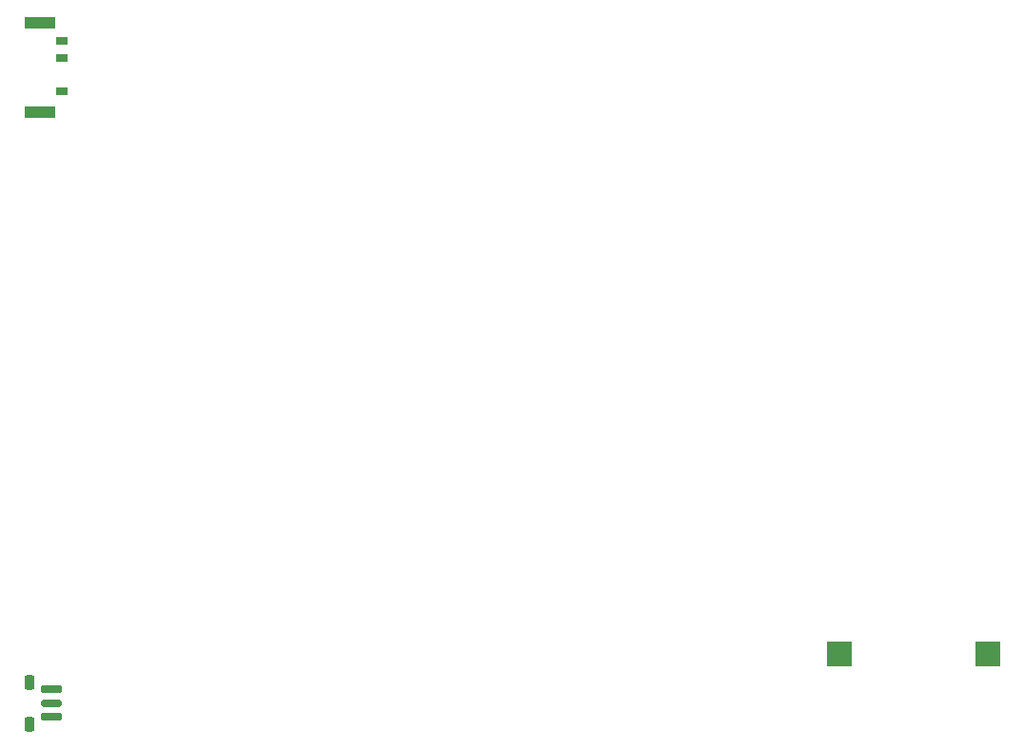
<source format=gbp>
G04 #@! TF.GenerationSoftware,KiCad,Pcbnew,9.0.1*
G04 #@! TF.CreationDate,2025-04-19T02:13:03+03:00*
G04 #@! TF.ProjectId,klor1_4,6b6c6f72-315f-4342-9e6b-696361645f70,v1.4.0*
G04 #@! TF.SameCoordinates,Original*
G04 #@! TF.FileFunction,Paste,Bot*
G04 #@! TF.FilePolarity,Positive*
%FSLAX46Y46*%
G04 Gerber Fmt 4.6, Leading zero omitted, Abs format (unit mm)*
G04 Created by KiCad (PCBNEW 9.0.1) date 2025-04-19 02:13:03*
%MOMM*%
%LPD*%
G01*
G04 APERTURE LIST*
G04 Aperture macros list*
%AMRoundRect*
0 Rectangle with rounded corners*
0 $1 Rounding radius*
0 $2 $3 $4 $5 $6 $7 $8 $9 X,Y pos of 4 corners*
0 Add a 4 corners polygon primitive as box body*
4,1,4,$2,$3,$4,$5,$6,$7,$8,$9,$2,$3,0*
0 Add four circle primitives for the rounded corners*
1,1,$1+$1,$2,$3*
1,1,$1+$1,$4,$5*
1,1,$1+$1,$6,$7*
1,1,$1+$1,$8,$9*
0 Add four rect primitives between the rounded corners*
20,1,$1+$1,$2,$3,$4,$5,0*
20,1,$1+$1,$4,$5,$6,$7,0*
20,1,$1+$1,$6,$7,$8,$9,0*
20,1,$1+$1,$8,$9,$2,$3,0*%
G04 Aperture macros list end*
%ADD10R,2.200000X2.200000*%
%ADD11RoundRect,0.187500X-0.712500X0.187500X-0.712500X-0.187500X0.712500X-0.187500X0.712500X0.187500X0*%
%ADD12RoundRect,0.150000X-0.750000X0.150000X-0.750000X-0.150000X0.750000X-0.150000X0.750000X0.150000X0*%
%ADD13RoundRect,0.225000X-0.225000X0.425000X-0.225000X-0.425000X0.225000X-0.425000X0.225000X0.425000X0*%
%ADD14R,1.000000X0.700000*%
%ADD15R,2.800000X1.000000*%
G04 APERTURE END LIST*
D10*
X153295000Y-116290000D03*
X166495000Y-116290000D03*
D11*
X83209995Y-119435008D03*
X83209995Y-121885008D03*
D12*
X83209995Y-120660008D03*
D13*
X81259995Y-118810008D03*
X81259995Y-122510008D03*
D14*
X84101228Y-66176228D03*
X84101228Y-63176228D03*
X84101228Y-61676228D03*
D15*
X82201228Y-60076228D03*
X82201228Y-68026228D03*
M02*

</source>
